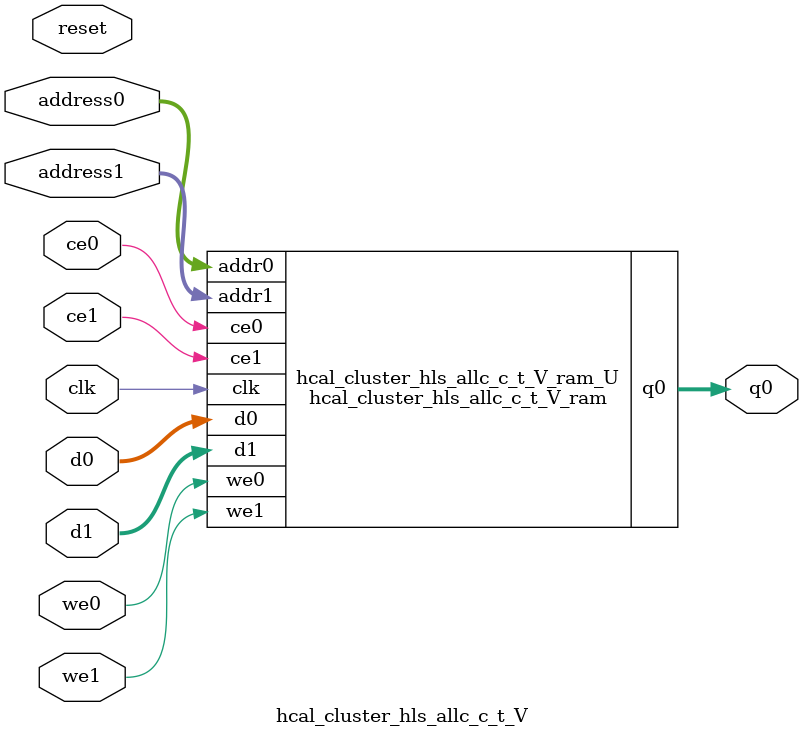
<source format=v>
`timescale 1 ns / 1 ps
module hcal_cluster_hls_allc_c_t_V_ram (addr0, ce0, d0, we0, q0, addr1, ce1, d1, we1,  clk);

parameter DWIDTH = 3;
parameter AWIDTH = 9;
parameter MEM_SIZE = 288;

input[AWIDTH-1:0] addr0;
input ce0;
input[DWIDTH-1:0] d0;
input we0;
output reg[DWIDTH-1:0] q0;
input[AWIDTH-1:0] addr1;
input ce1;
input[DWIDTH-1:0] d1;
input we1;
input clk;

reg [DWIDTH-1:0] ram[0:MEM_SIZE-1];




always @(posedge clk)  
begin 
    if (ce0) begin
        if (we0) 
            ram[addr0] <= d0; 
        q0 <= ram[addr0];
    end
end


always @(posedge clk)  
begin 
    if (ce1) begin
        if (we1) 
            ram[addr1] <= d1; 
    end
end


endmodule

`timescale 1 ns / 1 ps
module hcal_cluster_hls_allc_c_t_V(
    reset,
    clk,
    address0,
    ce0,
    we0,
    d0,
    q0,
    address1,
    ce1,
    we1,
    d1);

parameter DataWidth = 32'd3;
parameter AddressRange = 32'd288;
parameter AddressWidth = 32'd9;
input reset;
input clk;
input[AddressWidth - 1:0] address0;
input ce0;
input we0;
input[DataWidth - 1:0] d0;
output[DataWidth - 1:0] q0;
input[AddressWidth - 1:0] address1;
input ce1;
input we1;
input[DataWidth - 1:0] d1;



hcal_cluster_hls_allc_c_t_V_ram hcal_cluster_hls_allc_c_t_V_ram_U(
    .clk( clk ),
    .addr0( address0 ),
    .ce0( ce0 ),
    .we0( we0 ),
    .d0( d0 ),
    .q0( q0 ),
    .addr1( address1 ),
    .ce1( ce1 ),
    .we1( we1 ),
    .d1( d1 ));

endmodule


</source>
